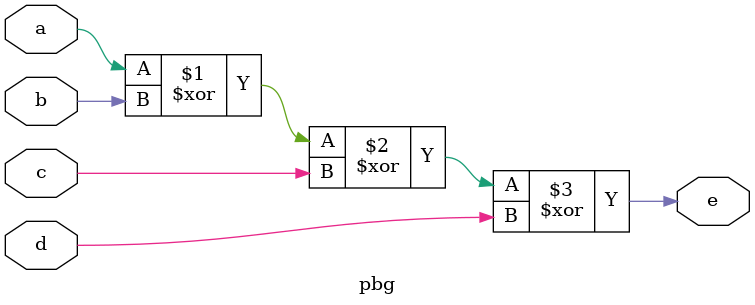
<source format=v>
`timescale 1ns / 1ps
module pbg(
input a,b,c,d,
output e
    );
    assign e = a^b^c^d;
endmodule

</source>
